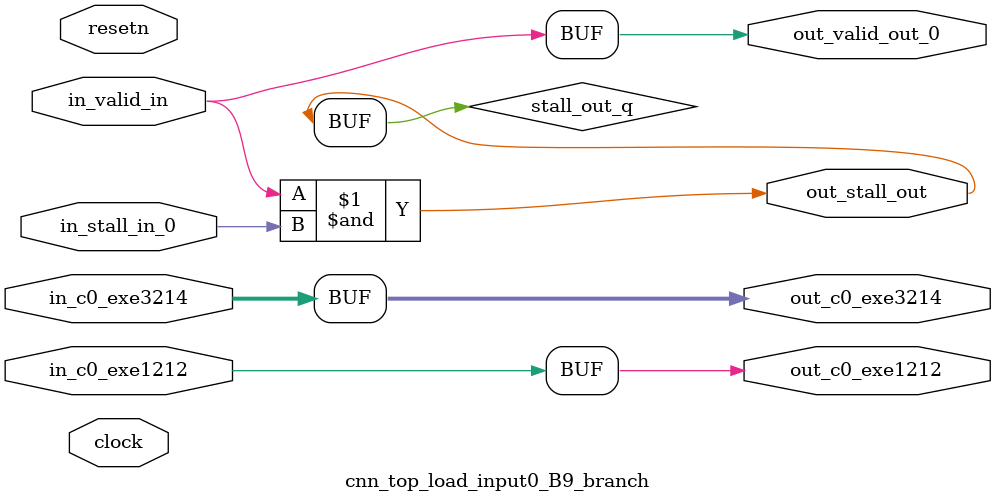
<source format=sv>



(* altera_attribute = "-name AUTO_SHIFT_REGISTER_RECOGNITION OFF; -name MESSAGE_DISABLE 10036; -name MESSAGE_DISABLE 10037; -name MESSAGE_DISABLE 14130; -name MESSAGE_DISABLE 14320; -name MESSAGE_DISABLE 15400; -name MESSAGE_DISABLE 14130; -name MESSAGE_DISABLE 10036; -name MESSAGE_DISABLE 12020; -name MESSAGE_DISABLE 12030; -name MESSAGE_DISABLE 12010; -name MESSAGE_DISABLE 12110; -name MESSAGE_DISABLE 14320; -name MESSAGE_DISABLE 13410; -name MESSAGE_DISABLE 113007; -name MESSAGE_DISABLE 10958" *)
module cnn_top_load_input0_B9_branch (
    input wire [0:0] in_c0_exe1212,
    input wire [31:0] in_c0_exe3214,
    input wire [0:0] in_stall_in_0,
    input wire [0:0] in_valid_in,
    output wire [0:0] out_c0_exe1212,
    output wire [31:0] out_c0_exe3214,
    output wire [0:0] out_stall_out,
    output wire [0:0] out_valid_out_0,
    input wire clock,
    input wire resetn
    );

    wire [0:0] stall_out_q;


    // out_c0_exe1212(GPOUT,6)
    assign out_c0_exe1212 = in_c0_exe1212;

    // out_c0_exe3214(GPOUT,7)
    assign out_c0_exe3214 = in_c0_exe3214;

    // stall_out(LOGICAL,10)
    assign stall_out_q = in_valid_in & in_stall_in_0;

    // out_stall_out(GPOUT,8)
    assign out_stall_out = stall_out_q;

    // out_valid_out_0(GPOUT,9)
    assign out_valid_out_0 = in_valid_in;

endmodule

</source>
